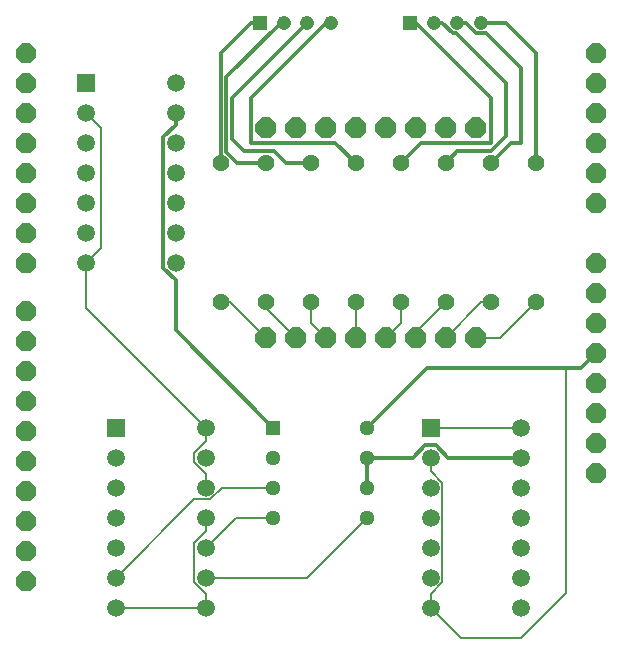
<source format=gbr>
G04 EAGLE Gerber RS-274X export*
G75*
%MOMM*%
%FSLAX34Y34*%
%LPD*%
%INTop Copper*%
%IPPOS*%
%AMOC8*
5,1,8,0,0,1.08239X$1,22.5*%
G01*
G04 Define Apertures*
%ADD10R,1.288000X1.288000*%
%ADD11C,1.288000*%
%ADD12R,1.498600X1.498600*%
%ADD13C,1.498600*%
%ADD14P,1.814519X8X112.500000*%
%ADD15P,1.924489X8X292.500000*%
%ADD16C,1.430000*%
%ADD17R,1.208000X1.208000*%
%ADD18C,1.208000*%
%ADD19C,0.152400*%
%ADD20C,0.304800*%
D10*
X235343Y317500D03*
D11*
X235343Y292100D03*
X235343Y266700D03*
X235343Y241300D03*
X314743Y241300D03*
X314743Y266700D03*
X314743Y292100D03*
X314743Y317500D03*
D12*
X101600Y317500D03*
D13*
X101600Y292100D03*
X101600Y266700D03*
X101600Y241300D03*
X101600Y215900D03*
X101600Y190500D03*
X101600Y165100D03*
X177800Y165100D03*
X177800Y190500D03*
X177800Y215900D03*
X177800Y241300D03*
X177800Y266700D03*
X177800Y292100D03*
X177800Y317500D03*
D14*
X25400Y533400D03*
X508000Y508000D03*
X25400Y558800D03*
X25400Y584200D03*
X25400Y609600D03*
X25400Y635000D03*
X25400Y508000D03*
X25400Y482600D03*
X25400Y457200D03*
X25400Y416560D03*
X25400Y391160D03*
X25400Y365760D03*
X25400Y340360D03*
X25400Y314960D03*
X25400Y289560D03*
X25400Y264160D03*
X25400Y238760D03*
X508000Y533400D03*
X508000Y558800D03*
X508000Y584200D03*
X508000Y609600D03*
X508000Y635000D03*
X508000Y457200D03*
X508000Y431800D03*
X508000Y406400D03*
X508000Y381000D03*
X508000Y355600D03*
X508000Y330200D03*
X25400Y213360D03*
X25400Y187960D03*
X508000Y304800D03*
X508000Y279400D03*
D12*
X76200Y609600D03*
D13*
X76200Y584200D03*
X76200Y558800D03*
X76200Y533400D03*
X76200Y508000D03*
X76200Y482600D03*
X76200Y457200D03*
X152400Y457200D03*
X152400Y482600D03*
X152400Y508000D03*
X152400Y533400D03*
X152400Y558800D03*
X152400Y584200D03*
X152400Y609600D03*
D12*
X368300Y317500D03*
D13*
X368300Y292100D03*
X368300Y266700D03*
X368300Y241300D03*
X368300Y215900D03*
X368300Y190500D03*
X368300Y165100D03*
X444500Y165100D03*
X444500Y190500D03*
X444500Y215900D03*
X444500Y241300D03*
X444500Y266700D03*
X444500Y292100D03*
X444500Y317500D03*
D15*
X406400Y393700D03*
X381000Y393700D03*
X355600Y393700D03*
X330200Y393700D03*
X304800Y393700D03*
X279400Y393700D03*
X254000Y393700D03*
X228600Y393700D03*
X406400Y571500D03*
X381000Y571500D03*
X355600Y571500D03*
X330200Y571500D03*
X304800Y571500D03*
X279400Y571500D03*
X254000Y571500D03*
X228600Y571500D03*
D16*
X457200Y423800D03*
X457200Y541400D03*
X419100Y423800D03*
X419100Y541400D03*
X381000Y423964D03*
X381000Y541564D03*
X342900Y423800D03*
X342900Y541400D03*
X304800Y423964D03*
X304800Y541564D03*
X266700Y423800D03*
X266700Y541400D03*
X228600Y423964D03*
X228600Y541564D03*
X190500Y423800D03*
X190500Y541400D03*
D17*
X351000Y660400D03*
D18*
X371000Y660400D03*
X391000Y660400D03*
X411000Y660400D03*
D17*
X224000Y660400D03*
D18*
X244000Y660400D03*
X264000Y660400D03*
X284000Y660400D03*
D19*
X177800Y165100D02*
X101600Y165100D01*
X177800Y317500D02*
X76200Y419100D01*
X76200Y457200D01*
X177800Y176670D02*
X177800Y165100D01*
X177800Y229730D02*
X177800Y241300D01*
X168021Y186449D02*
X177800Y176670D01*
X168021Y219951D02*
X177800Y229730D01*
X168021Y219951D02*
X168021Y186449D01*
X168021Y288049D02*
X168021Y296151D01*
X177800Y305930D02*
X177800Y317500D01*
X177800Y278270D02*
X177800Y266700D01*
X168021Y296151D02*
X177800Y305930D01*
X168021Y288049D02*
X177800Y278270D01*
X368300Y176670D02*
X368300Y165100D01*
X368300Y280530D02*
X368300Y292100D01*
X378079Y186449D02*
X368300Y176670D01*
X378079Y270751D02*
X368300Y280530D01*
X378079Y270751D02*
X378079Y186449D01*
D20*
X314743Y317500D02*
X365543Y368300D01*
X482600Y368300D01*
X495300Y368300D01*
X508000Y381000D01*
D19*
X368300Y165100D02*
X393700Y139700D01*
X444500Y139700D01*
X482600Y177800D01*
X482600Y368300D01*
X88900Y469900D02*
X76200Y457200D01*
X88900Y469900D02*
X88900Y571500D01*
X76200Y584200D01*
X368300Y317500D02*
X444500Y317500D01*
X203200Y241300D02*
X177800Y215900D01*
X203200Y241300D02*
X235343Y241300D01*
X168021Y256921D02*
X101600Y190500D01*
X191630Y266700D02*
X235343Y266700D01*
X181851Y256921D02*
X168021Y256921D01*
X181851Y256921D02*
X191630Y266700D01*
X263943Y190500D02*
X314743Y241300D01*
X263943Y190500D02*
X177800Y190500D01*
D20*
X235343Y317500D02*
X152400Y400443D01*
X152400Y573707D02*
X152400Y584200D01*
X152400Y442293D02*
X152400Y400443D01*
X141859Y563166D02*
X152400Y573707D01*
X141859Y563166D02*
X141859Y452834D01*
X152400Y442293D01*
X314743Y292100D02*
X314743Y266700D01*
X363934Y302641D02*
X372666Y302641D01*
X383207Y292100D02*
X444500Y292100D01*
X353393Y292100D02*
X314743Y292100D01*
X372666Y302641D02*
X383207Y292100D01*
X363934Y302641D02*
X353393Y292100D01*
D19*
X427100Y393700D02*
X457200Y423800D01*
X427100Y393700D02*
X406400Y393700D01*
X355600Y393700D02*
X355600Y398564D01*
X381000Y423964D01*
X411100Y423800D02*
X381000Y393700D01*
X411100Y423800D02*
X419100Y423800D01*
D20*
X457200Y541400D02*
X457200Y635000D01*
X431800Y660400D01*
X411000Y660400D01*
X436500Y558800D02*
X419100Y541400D01*
X436500Y558800D02*
X444500Y558800D01*
X444500Y622300D01*
X415488Y651312D01*
X398148Y660400D02*
X391000Y660400D01*
X407236Y651312D02*
X415488Y651312D01*
X407236Y651312D02*
X398148Y660400D01*
X391034Y551598D02*
X381000Y541564D01*
X391034Y551598D02*
X419100Y551598D01*
X431800Y564298D01*
X431800Y609600D01*
X390088Y651312D01*
X387236Y651312D01*
X378148Y660400D02*
X371000Y660400D01*
X378148Y660400D02*
X387236Y651312D01*
X360300Y558800D02*
X342900Y541400D01*
X360300Y558800D02*
X419100Y558800D01*
X419100Y596900D01*
X355600Y660400D01*
X351000Y660400D01*
X287564Y558800D02*
X304800Y541564D01*
X287564Y558800D02*
X215900Y558800D01*
X215900Y596900D01*
X279400Y660400D01*
X284000Y660400D01*
X266700Y541400D02*
X246000Y541400D01*
X235638Y551762D01*
X210238Y551762D01*
X199933Y562067D01*
X199933Y596333D01*
X264000Y660400D01*
X244000Y660400D02*
X241300Y660400D01*
X195361Y614461D01*
X195361Y550961D01*
X204758Y541564D01*
X228600Y541564D01*
X190500Y541400D02*
X190500Y635000D01*
X215900Y660400D01*
X224000Y660400D01*
D19*
X342900Y423800D02*
X342900Y406400D01*
X330200Y393700D01*
X304800Y393700D02*
X304800Y423964D01*
X279400Y393700D02*
X266700Y406400D01*
X266700Y423800D01*
X254000Y393700D02*
X228600Y419100D01*
X228600Y423964D01*
X198500Y423800D02*
X228600Y393700D01*
X198500Y423800D02*
X190500Y423800D01*
M02*

</source>
